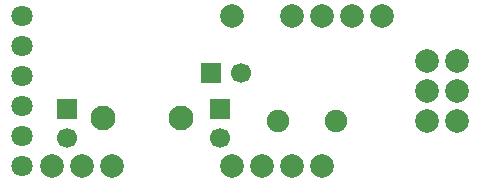
<source format=gts>
G04 #@! TF.FileFunction,Soldermask,Top*
%FSLAX46Y46*%
G04 Gerber Fmt 4.6, Leading zero omitted, Abs format (unit mm)*
G04 Created by KiCad (PCBNEW 4.0.0-2.201511301921+6191~38~ubuntu15.10.1-stable) date Tue 01 Dec 2015 16:56:00 GMT*
%MOMM*%
G01*
G04 APERTURE LIST*
%ADD10C,0.100000*%
%ADD11C,1.800000*%
%ADD12C,1.901140*%
%ADD13C,2.000000*%
%ADD14C,2.100000*%
%ADD15R,1.700000X1.700000*%
%ADD16C,1.700000*%
G04 APERTURE END LIST*
D10*
D11*
X130810000Y-103632000D03*
X130810000Y-106172000D03*
X130810000Y-101092000D03*
X130810000Y-98552000D03*
X130810000Y-108712000D03*
X130810000Y-111252000D03*
D12*
X157380940Y-107442000D03*
X152499060Y-107442000D03*
D13*
X167640000Y-102362000D03*
X167640000Y-104902000D03*
X165100000Y-104902000D03*
X165100000Y-102362000D03*
X167640000Y-107442000D03*
X165100000Y-107442000D03*
D14*
X137668000Y-107188000D03*
X144272000Y-107188000D03*
D15*
X146812000Y-103378000D03*
D16*
X149312000Y-103378000D03*
D15*
X147574000Y-106426000D03*
D16*
X147574000Y-108926000D03*
D15*
X134620000Y-106426000D03*
D16*
X134620000Y-108926000D03*
D13*
X148590000Y-111252000D03*
X151130000Y-111252000D03*
X148590000Y-98552000D03*
X153670000Y-98552000D03*
X133350000Y-111252000D03*
X156210000Y-98552000D03*
X158750000Y-98552000D03*
X161290000Y-98552000D03*
X135890000Y-111252000D03*
X138430000Y-111252000D03*
X153670000Y-111252000D03*
X156210000Y-111252000D03*
M02*

</source>
